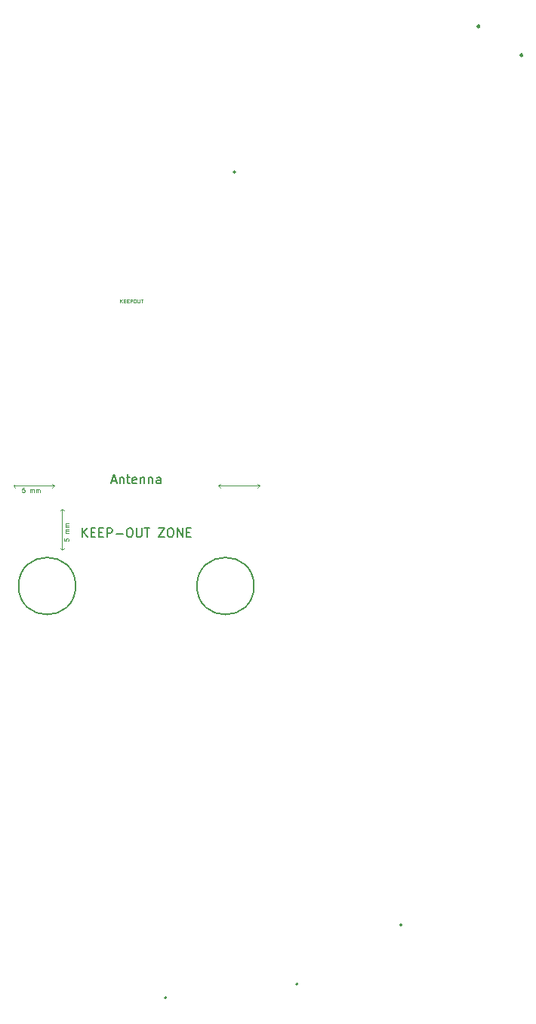
<source format=gbr>
%TF.GenerationSoftware,KiCad,Pcbnew,8.0.5*%
%TF.CreationDate,2024-10-11T00:39:08+02:00*%
%TF.ProjectId,LEDTischLampe,4c454454-6973-4636-984c-616d70652e6b,rev?*%
%TF.SameCoordinates,Original*%
%TF.FileFunction,Other,Comment*%
%FSLAX46Y46*%
G04 Gerber Fmt 4.6, Leading zero omitted, Abs format (unit mm)*
G04 Created by KiCad (PCBNEW 8.0.5) date 2024-10-11 00:39:08*
%MOMM*%
%LPD*%
G01*
G04 APERTURE LIST*
%ADD10C,0.100000*%
%ADD11C,0.150000*%
%ADD12C,0.070000*%
%ADD13C,0.200000*%
%ADD14C,0.250000*%
G04 APERTURE END LIST*
D10*
X122081904Y-82973909D02*
X121843809Y-82973909D01*
X121843809Y-82973909D02*
X121820000Y-83212004D01*
X121820000Y-83212004D02*
X121843809Y-83188195D01*
X121843809Y-83188195D02*
X121891428Y-83164385D01*
X121891428Y-83164385D02*
X122010476Y-83164385D01*
X122010476Y-83164385D02*
X122058095Y-83188195D01*
X122058095Y-83188195D02*
X122081904Y-83212004D01*
X122081904Y-83212004D02*
X122105714Y-83259623D01*
X122105714Y-83259623D02*
X122105714Y-83378671D01*
X122105714Y-83378671D02*
X122081904Y-83426290D01*
X122081904Y-83426290D02*
X122058095Y-83450100D01*
X122058095Y-83450100D02*
X122010476Y-83473909D01*
X122010476Y-83473909D02*
X121891428Y-83473909D01*
X121891428Y-83473909D02*
X121843809Y-83450100D01*
X121843809Y-83450100D02*
X121820000Y-83426290D01*
X122700951Y-83473909D02*
X122700951Y-83140576D01*
X122700951Y-83188195D02*
X122724761Y-83164385D01*
X122724761Y-83164385D02*
X122772380Y-83140576D01*
X122772380Y-83140576D02*
X122843808Y-83140576D01*
X122843808Y-83140576D02*
X122891427Y-83164385D01*
X122891427Y-83164385D02*
X122915237Y-83212004D01*
X122915237Y-83212004D02*
X122915237Y-83473909D01*
X122915237Y-83212004D02*
X122939046Y-83164385D01*
X122939046Y-83164385D02*
X122986665Y-83140576D01*
X122986665Y-83140576D02*
X123058094Y-83140576D01*
X123058094Y-83140576D02*
X123105713Y-83164385D01*
X123105713Y-83164385D02*
X123129523Y-83212004D01*
X123129523Y-83212004D02*
X123129523Y-83473909D01*
X123367618Y-83473909D02*
X123367618Y-83140576D01*
X123367618Y-83188195D02*
X123391428Y-83164385D01*
X123391428Y-83164385D02*
X123439047Y-83140576D01*
X123439047Y-83140576D02*
X123510475Y-83140576D01*
X123510475Y-83140576D02*
X123558094Y-83164385D01*
X123558094Y-83164385D02*
X123581904Y-83212004D01*
X123581904Y-83212004D02*
X123581904Y-83473909D01*
X123581904Y-83212004D02*
X123605713Y-83164385D01*
X123605713Y-83164385D02*
X123653332Y-83140576D01*
X123653332Y-83140576D02*
X123724761Y-83140576D01*
X123724761Y-83140576D02*
X123772380Y-83164385D01*
X123772380Y-83164385D02*
X123796190Y-83212004D01*
X123796190Y-83212004D02*
X123796190Y-83473909D01*
D11*
X131858095Y-82216904D02*
X132334285Y-82216904D01*
X131762857Y-82502619D02*
X132096190Y-81502619D01*
X132096190Y-81502619D02*
X132429523Y-82502619D01*
X132762857Y-81835952D02*
X132762857Y-82502619D01*
X132762857Y-81931190D02*
X132810476Y-81883571D01*
X132810476Y-81883571D02*
X132905714Y-81835952D01*
X132905714Y-81835952D02*
X133048571Y-81835952D01*
X133048571Y-81835952D02*
X133143809Y-81883571D01*
X133143809Y-81883571D02*
X133191428Y-81978809D01*
X133191428Y-81978809D02*
X133191428Y-82502619D01*
X133524762Y-81835952D02*
X133905714Y-81835952D01*
X133667619Y-81502619D02*
X133667619Y-82359761D01*
X133667619Y-82359761D02*
X133715238Y-82455000D01*
X133715238Y-82455000D02*
X133810476Y-82502619D01*
X133810476Y-82502619D02*
X133905714Y-82502619D01*
X134620000Y-82455000D02*
X134524762Y-82502619D01*
X134524762Y-82502619D02*
X134334286Y-82502619D01*
X134334286Y-82502619D02*
X134239048Y-82455000D01*
X134239048Y-82455000D02*
X134191429Y-82359761D01*
X134191429Y-82359761D02*
X134191429Y-81978809D01*
X134191429Y-81978809D02*
X134239048Y-81883571D01*
X134239048Y-81883571D02*
X134334286Y-81835952D01*
X134334286Y-81835952D02*
X134524762Y-81835952D01*
X134524762Y-81835952D02*
X134620000Y-81883571D01*
X134620000Y-81883571D02*
X134667619Y-81978809D01*
X134667619Y-81978809D02*
X134667619Y-82074047D01*
X134667619Y-82074047D02*
X134191429Y-82169285D01*
X135096191Y-81835952D02*
X135096191Y-82502619D01*
X135096191Y-81931190D02*
X135143810Y-81883571D01*
X135143810Y-81883571D02*
X135239048Y-81835952D01*
X135239048Y-81835952D02*
X135381905Y-81835952D01*
X135381905Y-81835952D02*
X135477143Y-81883571D01*
X135477143Y-81883571D02*
X135524762Y-81978809D01*
X135524762Y-81978809D02*
X135524762Y-82502619D01*
X136000953Y-81835952D02*
X136000953Y-82502619D01*
X136000953Y-81931190D02*
X136048572Y-81883571D01*
X136048572Y-81883571D02*
X136143810Y-81835952D01*
X136143810Y-81835952D02*
X136286667Y-81835952D01*
X136286667Y-81835952D02*
X136381905Y-81883571D01*
X136381905Y-81883571D02*
X136429524Y-81978809D01*
X136429524Y-81978809D02*
X136429524Y-82502619D01*
X137334286Y-82502619D02*
X137334286Y-81978809D01*
X137334286Y-81978809D02*
X137286667Y-81883571D01*
X137286667Y-81883571D02*
X137191429Y-81835952D01*
X137191429Y-81835952D02*
X137000953Y-81835952D01*
X137000953Y-81835952D02*
X136905715Y-81883571D01*
X137334286Y-82455000D02*
X137239048Y-82502619D01*
X137239048Y-82502619D02*
X137000953Y-82502619D01*
X137000953Y-82502619D02*
X136905715Y-82455000D01*
X136905715Y-82455000D02*
X136858096Y-82359761D01*
X136858096Y-82359761D02*
X136858096Y-82264523D01*
X136858096Y-82264523D02*
X136905715Y-82169285D01*
X136905715Y-82169285D02*
X137000953Y-82121666D01*
X137000953Y-82121666D02*
X137239048Y-82121666D01*
X137239048Y-82121666D02*
X137334286Y-82074047D01*
X128548571Y-88502619D02*
X128548571Y-87502619D01*
X129119999Y-88502619D02*
X128691428Y-87931190D01*
X129119999Y-87502619D02*
X128548571Y-88074047D01*
X129548571Y-87978809D02*
X129881904Y-87978809D01*
X130024761Y-88502619D02*
X129548571Y-88502619D01*
X129548571Y-88502619D02*
X129548571Y-87502619D01*
X129548571Y-87502619D02*
X130024761Y-87502619D01*
X130453333Y-87978809D02*
X130786666Y-87978809D01*
X130929523Y-88502619D02*
X130453333Y-88502619D01*
X130453333Y-88502619D02*
X130453333Y-87502619D01*
X130453333Y-87502619D02*
X130929523Y-87502619D01*
X131358095Y-88502619D02*
X131358095Y-87502619D01*
X131358095Y-87502619D02*
X131739047Y-87502619D01*
X131739047Y-87502619D02*
X131834285Y-87550238D01*
X131834285Y-87550238D02*
X131881904Y-87597857D01*
X131881904Y-87597857D02*
X131929523Y-87693095D01*
X131929523Y-87693095D02*
X131929523Y-87835952D01*
X131929523Y-87835952D02*
X131881904Y-87931190D01*
X131881904Y-87931190D02*
X131834285Y-87978809D01*
X131834285Y-87978809D02*
X131739047Y-88026428D01*
X131739047Y-88026428D02*
X131358095Y-88026428D01*
X132358095Y-88121666D02*
X133120000Y-88121666D01*
X133786666Y-87502619D02*
X133977142Y-87502619D01*
X133977142Y-87502619D02*
X134072380Y-87550238D01*
X134072380Y-87550238D02*
X134167618Y-87645476D01*
X134167618Y-87645476D02*
X134215237Y-87835952D01*
X134215237Y-87835952D02*
X134215237Y-88169285D01*
X134215237Y-88169285D02*
X134167618Y-88359761D01*
X134167618Y-88359761D02*
X134072380Y-88455000D01*
X134072380Y-88455000D02*
X133977142Y-88502619D01*
X133977142Y-88502619D02*
X133786666Y-88502619D01*
X133786666Y-88502619D02*
X133691428Y-88455000D01*
X133691428Y-88455000D02*
X133596190Y-88359761D01*
X133596190Y-88359761D02*
X133548571Y-88169285D01*
X133548571Y-88169285D02*
X133548571Y-87835952D01*
X133548571Y-87835952D02*
X133596190Y-87645476D01*
X133596190Y-87645476D02*
X133691428Y-87550238D01*
X133691428Y-87550238D02*
X133786666Y-87502619D01*
X134643809Y-87502619D02*
X134643809Y-88312142D01*
X134643809Y-88312142D02*
X134691428Y-88407380D01*
X134691428Y-88407380D02*
X134739047Y-88455000D01*
X134739047Y-88455000D02*
X134834285Y-88502619D01*
X134834285Y-88502619D02*
X135024761Y-88502619D01*
X135024761Y-88502619D02*
X135119999Y-88455000D01*
X135119999Y-88455000D02*
X135167618Y-88407380D01*
X135167618Y-88407380D02*
X135215237Y-88312142D01*
X135215237Y-88312142D02*
X135215237Y-87502619D01*
X135548571Y-87502619D02*
X136119999Y-87502619D01*
X135834285Y-88502619D02*
X135834285Y-87502619D01*
X137120000Y-87502619D02*
X137786666Y-87502619D01*
X137786666Y-87502619D02*
X137120000Y-88502619D01*
X137120000Y-88502619D02*
X137786666Y-88502619D01*
X138358095Y-87502619D02*
X138548571Y-87502619D01*
X138548571Y-87502619D02*
X138643809Y-87550238D01*
X138643809Y-87550238D02*
X138739047Y-87645476D01*
X138739047Y-87645476D02*
X138786666Y-87835952D01*
X138786666Y-87835952D02*
X138786666Y-88169285D01*
X138786666Y-88169285D02*
X138739047Y-88359761D01*
X138739047Y-88359761D02*
X138643809Y-88455000D01*
X138643809Y-88455000D02*
X138548571Y-88502619D01*
X138548571Y-88502619D02*
X138358095Y-88502619D01*
X138358095Y-88502619D02*
X138262857Y-88455000D01*
X138262857Y-88455000D02*
X138167619Y-88359761D01*
X138167619Y-88359761D02*
X138120000Y-88169285D01*
X138120000Y-88169285D02*
X138120000Y-87835952D01*
X138120000Y-87835952D02*
X138167619Y-87645476D01*
X138167619Y-87645476D02*
X138262857Y-87550238D01*
X138262857Y-87550238D02*
X138358095Y-87502619D01*
X139215238Y-88502619D02*
X139215238Y-87502619D01*
X139215238Y-87502619D02*
X139786666Y-88502619D01*
X139786666Y-88502619D02*
X139786666Y-87502619D01*
X140262857Y-87978809D02*
X140596190Y-87978809D01*
X140739047Y-88502619D02*
X140262857Y-88502619D01*
X140262857Y-88502619D02*
X140262857Y-87502619D01*
X140262857Y-87502619D02*
X140739047Y-87502619D01*
D10*
X126546109Y-88685895D02*
X126546109Y-88923990D01*
X126546109Y-88923990D02*
X126784204Y-88947799D01*
X126784204Y-88947799D02*
X126760395Y-88923990D01*
X126760395Y-88923990D02*
X126736585Y-88876371D01*
X126736585Y-88876371D02*
X126736585Y-88757323D01*
X126736585Y-88757323D02*
X126760395Y-88709704D01*
X126760395Y-88709704D02*
X126784204Y-88685895D01*
X126784204Y-88685895D02*
X126831823Y-88662085D01*
X126831823Y-88662085D02*
X126950871Y-88662085D01*
X126950871Y-88662085D02*
X126998490Y-88685895D01*
X126998490Y-88685895D02*
X127022300Y-88709704D01*
X127022300Y-88709704D02*
X127046109Y-88757323D01*
X127046109Y-88757323D02*
X127046109Y-88876371D01*
X127046109Y-88876371D02*
X127022300Y-88923990D01*
X127022300Y-88923990D02*
X126998490Y-88947799D01*
X127046109Y-88066848D02*
X126712776Y-88066848D01*
X126760395Y-88066848D02*
X126736585Y-88043038D01*
X126736585Y-88043038D02*
X126712776Y-87995419D01*
X126712776Y-87995419D02*
X126712776Y-87923991D01*
X126712776Y-87923991D02*
X126736585Y-87876372D01*
X126736585Y-87876372D02*
X126784204Y-87852562D01*
X126784204Y-87852562D02*
X127046109Y-87852562D01*
X126784204Y-87852562D02*
X126736585Y-87828753D01*
X126736585Y-87828753D02*
X126712776Y-87781134D01*
X126712776Y-87781134D02*
X126712776Y-87709705D01*
X126712776Y-87709705D02*
X126736585Y-87662086D01*
X126736585Y-87662086D02*
X126784204Y-87638276D01*
X126784204Y-87638276D02*
X127046109Y-87638276D01*
X127046109Y-87400181D02*
X126712776Y-87400181D01*
X126760395Y-87400181D02*
X126736585Y-87376371D01*
X126736585Y-87376371D02*
X126712776Y-87328752D01*
X126712776Y-87328752D02*
X126712776Y-87257324D01*
X126712776Y-87257324D02*
X126736585Y-87209705D01*
X126736585Y-87209705D02*
X126784204Y-87185895D01*
X126784204Y-87185895D02*
X127046109Y-87185895D01*
X126784204Y-87185895D02*
X126736585Y-87162086D01*
X126736585Y-87162086D02*
X126712776Y-87114467D01*
X126712776Y-87114467D02*
X126712776Y-87043038D01*
X126712776Y-87043038D02*
X126736585Y-86995419D01*
X126736585Y-86995419D02*
X126784204Y-86971609D01*
X126784204Y-86971609D02*
X127046109Y-86971609D01*
D12*
X132823104Y-62284407D02*
X132823104Y-61884407D01*
X133051675Y-62284407D02*
X132880246Y-62055836D01*
X133051675Y-61884407D02*
X132823104Y-62112979D01*
X133223104Y-62074883D02*
X133356437Y-62074883D01*
X133413580Y-62284407D02*
X133223104Y-62284407D01*
X133223104Y-62284407D02*
X133223104Y-61884407D01*
X133223104Y-61884407D02*
X133413580Y-61884407D01*
X133585009Y-62074883D02*
X133718342Y-62074883D01*
X133775485Y-62284407D02*
X133585009Y-62284407D01*
X133585009Y-62284407D02*
X133585009Y-61884407D01*
X133585009Y-61884407D02*
X133775485Y-61884407D01*
X133946914Y-62284407D02*
X133946914Y-61884407D01*
X133946914Y-61884407D02*
X134099295Y-61884407D01*
X134099295Y-61884407D02*
X134137390Y-61903455D01*
X134137390Y-61903455D02*
X134156437Y-61922502D01*
X134156437Y-61922502D02*
X134175485Y-61960598D01*
X134175485Y-61960598D02*
X134175485Y-62017740D01*
X134175485Y-62017740D02*
X134156437Y-62055836D01*
X134156437Y-62055836D02*
X134137390Y-62074883D01*
X134137390Y-62074883D02*
X134099295Y-62093931D01*
X134099295Y-62093931D02*
X133946914Y-62093931D01*
X134423104Y-61884407D02*
X134499295Y-61884407D01*
X134499295Y-61884407D02*
X134537390Y-61903455D01*
X134537390Y-61903455D02*
X134575485Y-61941550D01*
X134575485Y-61941550D02*
X134594533Y-62017740D01*
X134594533Y-62017740D02*
X134594533Y-62151074D01*
X134594533Y-62151074D02*
X134575485Y-62227264D01*
X134575485Y-62227264D02*
X134537390Y-62265360D01*
X134537390Y-62265360D02*
X134499295Y-62284407D01*
X134499295Y-62284407D02*
X134423104Y-62284407D01*
X134423104Y-62284407D02*
X134385009Y-62265360D01*
X134385009Y-62265360D02*
X134346914Y-62227264D01*
X134346914Y-62227264D02*
X134327866Y-62151074D01*
X134327866Y-62151074D02*
X134327866Y-62017740D01*
X134327866Y-62017740D02*
X134346914Y-61941550D01*
X134346914Y-61941550D02*
X134385009Y-61903455D01*
X134385009Y-61903455D02*
X134423104Y-61884407D01*
X134765962Y-61884407D02*
X134765962Y-62208217D01*
X134765962Y-62208217D02*
X134785009Y-62246312D01*
X134785009Y-62246312D02*
X134804057Y-62265360D01*
X134804057Y-62265360D02*
X134842152Y-62284407D01*
X134842152Y-62284407D02*
X134918343Y-62284407D01*
X134918343Y-62284407D02*
X134956438Y-62265360D01*
X134956438Y-62265360D02*
X134975485Y-62246312D01*
X134975485Y-62246312D02*
X134994533Y-62208217D01*
X134994533Y-62208217D02*
X134994533Y-61884407D01*
X135127867Y-61884407D02*
X135356438Y-61884407D01*
X135242152Y-62284407D02*
X135242152Y-61884407D01*
D13*
%TO.C,U5*%
X152729400Y-138562000D02*
G75*
G02*
X152529400Y-138562000I-100000J0D01*
G01*
X152529400Y-138562000D02*
G75*
G02*
X152729400Y-138562000I100000J0D01*
G01*
D10*
%TO.C,U1*%
X148420000Y-82747800D02*
X148220000Y-82947800D01*
X148420000Y-82747800D02*
X148220000Y-82547800D01*
X148420000Y-82747800D02*
X143820000Y-82747800D01*
X143820000Y-82747800D02*
X144020000Y-82947800D01*
X143820000Y-82747800D02*
X144020000Y-82547800D01*
X126320000Y-89947800D02*
X126520000Y-89747800D01*
X126320000Y-89947800D02*
X126120000Y-89747800D01*
X126320000Y-85347800D02*
X126520000Y-85547800D01*
X126320000Y-85347800D02*
X126320000Y-89947800D01*
X126320000Y-85347800D02*
X126120000Y-85547800D01*
X125420000Y-82747800D02*
X125220000Y-82947800D01*
X125420000Y-82747800D02*
X125220000Y-82547800D01*
X125420000Y-82747800D02*
X120820000Y-82747800D01*
X120820000Y-82747800D02*
X121020000Y-82947800D01*
X120820000Y-82747800D02*
X121020000Y-82547800D01*
D11*
%TO.C,H1*%
X127820000Y-93980000D02*
G75*
G02*
X121420000Y-93980000I-3200000J0D01*
G01*
X121420000Y-93980000D02*
G75*
G02*
X127820000Y-93980000I3200000J0D01*
G01*
D13*
%TO.C,U6*%
X137997400Y-140086000D02*
G75*
G02*
X137797400Y-140086000I-100000J0D01*
G01*
X137797400Y-140086000D02*
G75*
G02*
X137997400Y-140086000I100000J0D01*
G01*
%TO.C,U3*%
X145731900Y-47641600D02*
G75*
G02*
X145531900Y-47641600I-100000J0D01*
G01*
X145531900Y-47641600D02*
G75*
G02*
X145731900Y-47641600I100000J0D01*
G01*
%TO.C,U4*%
X164388000Y-131922900D02*
G75*
G02*
X164188000Y-131922900I-100000J0D01*
G01*
X164188000Y-131922900D02*
G75*
G02*
X164388000Y-131922900I100000J0D01*
G01*
D14*
%TO.C,J2*%
X177940948Y-34556974D02*
G75*
G02*
X177700940Y-34556974I-120004J0D01*
G01*
X177700940Y-34556974D02*
G75*
G02*
X177940948Y-34556974I120004J0D01*
G01*
X173118420Y-31334666D02*
G75*
G02*
X172878416Y-31334666I-120002J0D01*
G01*
X172878416Y-31334666D02*
G75*
G02*
X173118420Y-31334666I120002J0D01*
G01*
D11*
%TO.C,H2*%
X147820000Y-93980000D02*
G75*
G02*
X141420000Y-93980000I-3200000J0D01*
G01*
X141420000Y-93980000D02*
G75*
G02*
X147820000Y-93980000I3200000J0D01*
G01*
%TD*%
M02*

</source>
